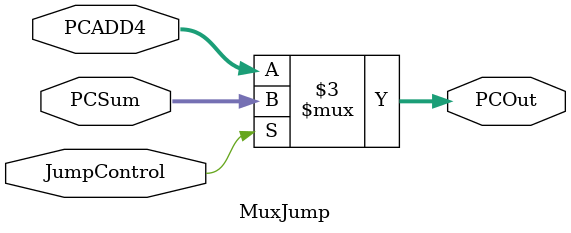
<source format=v>
module MuxJump(PCSum, PCADD4, PCOut, JumpControl);

    input [31:0] PCSum, PCADD4;
    input JumpControl;
    output reg [31:0] PCOut;

    always @* begin
        if (JumpControl) begin
            PCOut = PCSum;
        end else begin
            PCOut = PCADD4;
        end
    end

endmodule
</source>
